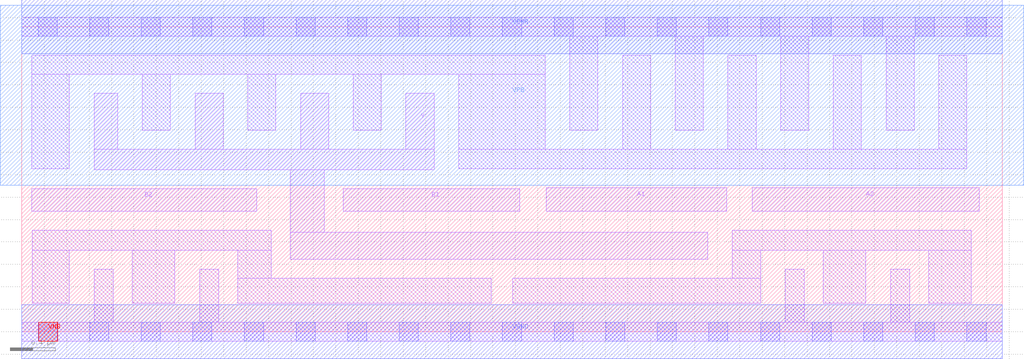
<source format=lef>
# Copyright 2020 The SkyWater PDK Authors
#
# Licensed under the Apache License, Version 2.0 (the "License");
# you may not use this file except in compliance with the License.
# You may obtain a copy of the License at
#
#     https://www.apache.org/licenses/LICENSE-2.0
#
# Unless required by applicable law or agreed to in writing, software
# distributed under the License is distributed on an "AS IS" BASIS,
# WITHOUT WARRANTIES OR CONDITIONS OF ANY KIND, either express or implied.
# See the License for the specific language governing permissions and
# limitations under the License.
#
# SPDX-License-Identifier: Apache-2.0

VERSION 5.7 ;
  NOWIREEXTENSIONATPIN ON ;
  DIVIDERCHAR "/" ;
  BUSBITCHARS "[]" ;
PROPERTYDEFINITIONS
  MACRO maskLayoutSubType STRING ;
  MACRO prCellType STRING ;
  MACRO originalViewName STRING ;
END PROPERTYDEFINITIONS
MACRO sky130_fd_sc_hdll__a22oi_4
  CLASS CORE ;
  FOREIGN sky130_fd_sc_hdll__a22oi_4 ;
  ORIGIN  0.000000  0.000000 ;
  SIZE  8.740000 BY  2.720000 ;
  SYMMETRY X Y R90 ;
  SITE unithd ;
  PIN A1
    ANTENNAGATEAREA  1.110000 ;
    DIRECTION INPUT ;
    USE SIGNAL ;
    PORT
      LAYER li1 ;
        RECT 4.675000 1.075000 6.285000 1.285000 ;
    END
  END A1
  PIN A2
    ANTENNAGATEAREA  1.110000 ;
    DIRECTION INPUT ;
    USE SIGNAL ;
    PORT
      LAYER li1 ;
        RECT 6.510000 1.075000 8.535000 1.285000 ;
    END
  END A2
  PIN B1
    ANTENNAGATEAREA  1.110000 ;
    DIRECTION INPUT ;
    USE SIGNAL ;
    PORT
      LAYER li1 ;
        RECT 2.865000 1.075000 4.440000 1.275000 ;
    END
  END B1
  PIN B2
    ANTENNAGATEAREA  1.110000 ;
    DIRECTION INPUT ;
    USE SIGNAL ;
    PORT
      LAYER li1 ;
        RECT 0.090000 1.075000 2.095000 1.275000 ;
    END
  END B2
  PIN VGND
    ANTENNADIFFAREA  0.897000 ;
    DIRECTION INOUT ;
    USE SIGNAL ;
    PORT
      LAYER met1 ;
        RECT 0.000000 -0.240000 8.740000 0.240000 ;
    END
  END VGND
  PIN VNB
    PORT
      LAYER pwell ;
        RECT 0.150000 -0.085000 0.320000 0.085000 ;
    END
  END VNB
  PIN VPB
    PORT
      LAYER nwell ;
        RECT -0.190000 1.305000 8.930000 2.910000 ;
    END
  END VPB
  PIN VPWR
    ANTENNADIFFAREA  1.160000 ;
    DIRECTION INOUT ;
    USE SIGNAL ;
    PORT
      LAYER met1 ;
        RECT 0.000000 2.480000 8.740000 2.960000 ;
    END
  END VPWR
  PIN Y
    ANTENNADIFFAREA  2.024500 ;
    DIRECTION OUTPUT ;
    USE SIGNAL ;
    PORT
      LAYER li1 ;
        RECT 0.645000 1.445000 3.675000 1.625000 ;
        RECT 0.645000 1.625000 0.855000 2.125000 ;
        RECT 1.545000 1.625000 1.795000 2.125000 ;
        RECT 2.395000 0.645000 6.115000 0.885000 ;
        RECT 2.395000 0.885000 2.695000 1.445000 ;
        RECT 2.485000 1.625000 2.735000 2.125000 ;
        RECT 3.425000 1.625000 3.675000 2.125000 ;
    END
  END Y
  OBS
    LAYER li1 ;
      RECT 0.000000 -0.085000 8.740000 0.085000 ;
      RECT 0.000000  2.635000 8.740000 2.805000 ;
      RECT 0.090000  1.455000 0.425000 2.295000 ;
      RECT 0.090000  2.295000 4.665000 2.465000 ;
      RECT 0.095000  0.255000 0.425000 0.725000 ;
      RECT 0.095000  0.725000 2.225000 0.905000 ;
      RECT 0.645000  0.085000 0.815000 0.555000 ;
      RECT 0.985000  0.255000 1.365000 0.725000 ;
      RECT 1.075000  1.795000 1.325000 2.295000 ;
      RECT 1.585000  0.085000 1.755000 0.555000 ;
      RECT 1.925000  0.255000 4.185000 0.475000 ;
      RECT 1.925000  0.475000 2.225000 0.725000 ;
      RECT 2.015000  1.795000 2.265000 2.295000 ;
      RECT 2.955000  1.795000 3.205000 2.295000 ;
      RECT 3.895000  1.455000 8.425000 1.625000 ;
      RECT 3.895000  1.625000 4.665000 2.295000 ;
      RECT 4.375000  0.255000 6.585000 0.475000 ;
      RECT 4.885000  1.795000 5.135000 2.635000 ;
      RECT 5.355000  1.625000 5.605000 2.465000 ;
      RECT 5.825000  1.795000 6.075000 2.635000 ;
      RECT 6.295000  1.625000 6.545000 2.465000 ;
      RECT 6.335000  0.475000 6.585000 0.725000 ;
      RECT 6.335000  0.725000 8.465000 0.905000 ;
      RECT 6.765000  1.795000 7.015000 2.635000 ;
      RECT 6.805000  0.085000 6.975000 0.555000 ;
      RECT 7.145000  0.255000 7.525000 0.725000 ;
      RECT 7.235000  1.625000 7.485000 2.465000 ;
      RECT 7.705000  1.795000 7.955000 2.635000 ;
      RECT 7.745000  0.085000 7.915000 0.555000 ;
      RECT 8.085000  0.255000 8.465000 0.725000 ;
      RECT 8.175000  1.625000 8.425000 2.465000 ;
    LAYER mcon ;
      RECT 0.145000 -0.085000 0.315000 0.085000 ;
      RECT 0.145000  2.635000 0.315000 2.805000 ;
      RECT 0.605000 -0.085000 0.775000 0.085000 ;
      RECT 0.605000  2.635000 0.775000 2.805000 ;
      RECT 1.065000 -0.085000 1.235000 0.085000 ;
      RECT 1.065000  2.635000 1.235000 2.805000 ;
      RECT 1.525000 -0.085000 1.695000 0.085000 ;
      RECT 1.525000  2.635000 1.695000 2.805000 ;
      RECT 1.985000 -0.085000 2.155000 0.085000 ;
      RECT 1.985000  2.635000 2.155000 2.805000 ;
      RECT 2.445000 -0.085000 2.615000 0.085000 ;
      RECT 2.445000  2.635000 2.615000 2.805000 ;
      RECT 2.905000 -0.085000 3.075000 0.085000 ;
      RECT 2.905000  2.635000 3.075000 2.805000 ;
      RECT 3.365000 -0.085000 3.535000 0.085000 ;
      RECT 3.365000  2.635000 3.535000 2.805000 ;
      RECT 3.825000 -0.085000 3.995000 0.085000 ;
      RECT 3.825000  2.635000 3.995000 2.805000 ;
      RECT 4.285000 -0.085000 4.455000 0.085000 ;
      RECT 4.285000  2.635000 4.455000 2.805000 ;
      RECT 4.745000 -0.085000 4.915000 0.085000 ;
      RECT 4.745000  2.635000 4.915000 2.805000 ;
      RECT 5.205000 -0.085000 5.375000 0.085000 ;
      RECT 5.205000  2.635000 5.375000 2.805000 ;
      RECT 5.665000 -0.085000 5.835000 0.085000 ;
      RECT 5.665000  2.635000 5.835000 2.805000 ;
      RECT 6.125000 -0.085000 6.295000 0.085000 ;
      RECT 6.125000  2.635000 6.295000 2.805000 ;
      RECT 6.585000 -0.085000 6.755000 0.085000 ;
      RECT 6.585000  2.635000 6.755000 2.805000 ;
      RECT 7.045000 -0.085000 7.215000 0.085000 ;
      RECT 7.045000  2.635000 7.215000 2.805000 ;
      RECT 7.505000 -0.085000 7.675000 0.085000 ;
      RECT 7.505000  2.635000 7.675000 2.805000 ;
      RECT 7.965000 -0.085000 8.135000 0.085000 ;
      RECT 7.965000  2.635000 8.135000 2.805000 ;
      RECT 8.425000 -0.085000 8.595000 0.085000 ;
      RECT 8.425000  2.635000 8.595000 2.805000 ;
  END
  PROPERTY maskLayoutSubType "abstract" ;
  PROPERTY prCellType "standard" ;
  PROPERTY originalViewName "layout" ;
END sky130_fd_sc_hdll__a22oi_4
END LIBRARY

</source>
